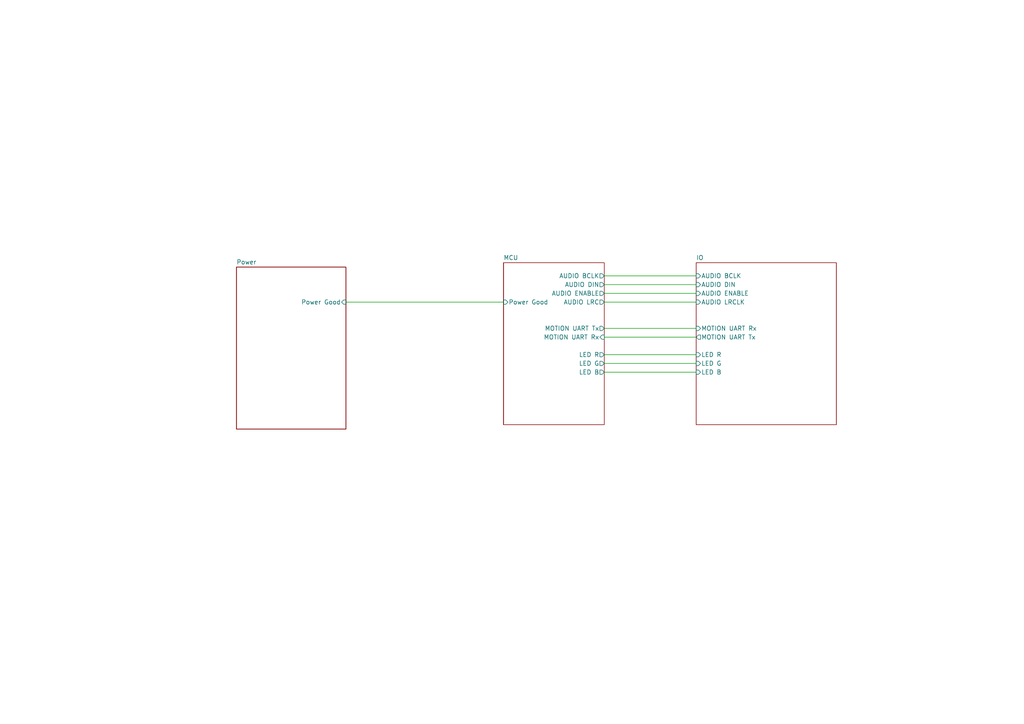
<source format=kicad_sch>
(kicad_sch
	(version 20250114)
	(generator "eeschema")
	(generator_version "9.0")
	(uuid "078613a7-0caa-4129-a2ed-c0aaa2f1804b")
	(paper "A4")
	(lib_symbols)
	(wire
		(pts
			(xy 175.26 82.55) (xy 201.93 82.55)
		)
		(stroke
			(width 0)
			(type default)
		)
		(uuid "10d20e64-bc42-4d10-bddb-47f3ebe61183")
	)
	(wire
		(pts
			(xy 175.26 95.25) (xy 201.93 95.25)
		)
		(stroke
			(width 0)
			(type default)
		)
		(uuid "147b8353-6d31-4c7a-97d9-8d420568546b")
	)
	(wire
		(pts
			(xy 175.26 97.79) (xy 201.93 97.79)
		)
		(stroke
			(width 0)
			(type default)
		)
		(uuid "39ea51d6-23ae-46a7-b808-b5c5aa33d318")
	)
	(wire
		(pts
			(xy 175.26 87.63) (xy 201.93 87.63)
		)
		(stroke
			(width 0)
			(type default)
		)
		(uuid "5cbb2ee7-c325-4383-a18d-a691c4c6ccea")
	)
	(wire
		(pts
			(xy 175.26 105.41) (xy 201.93 105.41)
		)
		(stroke
			(width 0)
			(type default)
		)
		(uuid "8009db20-2d78-4ee2-9508-956018414744")
	)
	(wire
		(pts
			(xy 175.26 85.09) (xy 201.93 85.09)
		)
		(stroke
			(width 0)
			(type default)
		)
		(uuid "851e0f01-3fb3-4fa0-a1c1-2604c234559c")
	)
	(wire
		(pts
			(xy 175.26 102.87) (xy 201.93 102.87)
		)
		(stroke
			(width 0)
			(type default)
		)
		(uuid "b3bb3eb0-4ece-4464-a47f-e4e0c169407a")
	)
	(wire
		(pts
			(xy 175.26 80.01) (xy 201.93 80.01)
		)
		(stroke
			(width 0)
			(type default)
		)
		(uuid "c2182a91-c2c7-41db-b944-9490848a3035")
	)
	(wire
		(pts
			(xy 175.26 107.95) (xy 201.93 107.95)
		)
		(stroke
			(width 0)
			(type default)
		)
		(uuid "eb62cc4e-e36e-4a0c-b45f-da9aaa82ad49")
	)
	(wire
		(pts
			(xy 100.33 87.63) (xy 146.05 87.63)
		)
		(stroke
			(width 0)
			(type default)
		)
		(uuid "fcb61322-0dda-49c6-86b0-ff3d4a19a52f")
	)
	(sheet
		(at 201.93 76.2)
		(size 40.64 46.99)
		(exclude_from_sim no)
		(in_bom yes)
		(on_board yes)
		(dnp no)
		(fields_autoplaced yes)
		(stroke
			(width 0.1524)
			(type solid)
		)
		(fill
			(color 0 0 0 0.0000)
		)
		(uuid "66ca9b50-14bc-417a-9e1a-5c7b188bb642")
		(property "Sheetname" "IO"
			(at 201.93 75.4884 0)
			(effects
				(font
					(size 1.27 1.27)
				)
				(justify left bottom)
			)
		)
		(property "Sheetfile" "io.kicad_sch"
			(at 201.93 123.7746 0)
			(effects
				(font
					(size 1.27 1.27)
				)
				(justify left top)
				(hide yes)
			)
		)
		(pin "AUDIO BCLK" input
			(at 201.93 80.01 180)
			(uuid "e8aac6de-6690-463c-a237-2eb6925c4ef4")
			(effects
				(font
					(size 1.27 1.27)
				)
				(justify left)
			)
		)
		(pin "AUDIO DIN" input
			(at 201.93 82.55 180)
			(uuid "e8554faa-6eeb-4427-bb3a-d25546d55a33")
			(effects
				(font
					(size 1.27 1.27)
				)
				(justify left)
			)
		)
		(pin "AUDIO ENABLE" input
			(at 201.93 85.09 180)
			(uuid "e5213624-bceb-41b3-9532-bdf76eb52413")
			(effects
				(font
					(size 1.27 1.27)
				)
				(justify left)
			)
		)
		(pin "AUDIO LRCLK" input
			(at 201.93 87.63 180)
			(uuid "8dc22cd3-6154-4be4-ac28-9864cc269bcd")
			(effects
				(font
					(size 1.27 1.27)
				)
				(justify left)
			)
		)
		(pin "MOTION UART Rx" input
			(at 201.93 95.25 180)
			(uuid "9870b5c0-bab8-46d9-a8be-6ea55f2f0eeb")
			(effects
				(font
					(size 1.27 1.27)
				)
				(justify left)
			)
		)
		(pin "MOTION UART Tx" output
			(at 201.93 97.79 180)
			(uuid "31f6d858-4323-499a-ba9d-f6d157e8c12b")
			(effects
				(font
					(size 1.27 1.27)
				)
				(justify left)
			)
		)
		(pin "LED B" input
			(at 201.93 107.95 180)
			(uuid "b4ec9514-2e6c-4d44-ac59-b3cf919cdf30")
			(effects
				(font
					(size 1.27 1.27)
				)
				(justify left)
			)
		)
		(pin "LED G" input
			(at 201.93 105.41 180)
			(uuid "f64a4b50-5c83-4bbd-8c66-a7a194f88733")
			(effects
				(font
					(size 1.27 1.27)
				)
				(justify left)
			)
		)
		(pin "LED R" input
			(at 201.93 102.87 180)
			(uuid "d5c54578-ef5b-4d8b-a7e3-9e9d03aae7a5")
			(effects
				(font
					(size 1.27 1.27)
				)
				(justify left)
			)
		)
		(instances
			(project "talky-toaster"
				(path "/078613a7-0caa-4129-a2ed-c0aaa2f1804b"
					(page "4")
				)
			)
		)
	)
	(sheet
		(at 68.58 77.47)
		(size 31.75 46.99)
		(exclude_from_sim no)
		(in_bom yes)
		(on_board yes)
		(dnp no)
		(fields_autoplaced yes)
		(stroke
			(width 0.1524)
			(type solid)
		)
		(fill
			(color 0 0 0 0.0000)
		)
		(uuid "a46f0558-2969-4b98-97b4-ee2dad6679b3")
		(property "Sheetname" "Power"
			(at 68.58 76.7584 0)
			(effects
				(font
					(size 1.27 1.27)
				)
				(justify left bottom)
			)
		)
		(property "Sheetfile" "power.kicad_sch"
			(at 68.58 125.0446 0)
			(effects
				(font
					(size 1.27 1.27)
				)
				(justify left top)
				(hide yes)
			)
		)
		(pin "Power Good" input
			(at 100.33 87.63 0)
			(uuid "903b9bea-7aac-4952-8f44-ed837b9ec8a0")
			(effects
				(font
					(size 1.27 1.27)
				)
				(justify right)
			)
		)
		(instances
			(project "talky-toaster"
				(path "/078613a7-0caa-4129-a2ed-c0aaa2f1804b"
					(page "3")
				)
			)
		)
	)
	(sheet
		(at 146.05 76.2)
		(size 29.21 46.99)
		(exclude_from_sim no)
		(in_bom yes)
		(on_board yes)
		(dnp no)
		(fields_autoplaced yes)
		(stroke
			(width 0.1524)
			(type solid)
		)
		(fill
			(color 0 0 0 0.0000)
		)
		(uuid "e65a7be1-b24e-429d-935d-b9232724f3a6")
		(property "Sheetname" "MCU"
			(at 146.05 75.4884 0)
			(effects
				(font
					(size 1.27 1.27)
				)
				(justify left bottom)
			)
		)
		(property "Sheetfile" "mcu.kicad_sch"
			(at 146.05 123.7746 0)
			(effects
				(font
					(size 1.27 1.27)
				)
				(justify left top)
				(hide yes)
			)
		)
		(pin "Power Good" input
			(at 146.05 87.63 180)
			(uuid "767328ad-1609-46c8-a97f-423c2ae3e7e0")
			(effects
				(font
					(size 1.27 1.27)
				)
				(justify left)
			)
		)
		(pin "AUDIO BCLK" output
			(at 175.26 80.01 0)
			(uuid "22f7f673-ed40-48cb-ac39-8a6627b05957")
			(effects
				(font
					(size 1.27 1.27)
				)
				(justify right)
			)
		)
		(pin "AUDIO DIN" output
			(at 175.26 82.55 0)
			(uuid "de41b28f-4799-4f89-b62f-5320ad71fa67")
			(effects
				(font
					(size 1.27 1.27)
				)
				(justify right)
			)
		)
		(pin "AUDIO ENABLE" output
			(at 175.26 85.09 0)
			(uuid "efdbfec6-274e-4f51-81bf-96bcf19fdfd6")
			(effects
				(font
					(size 1.27 1.27)
				)
				(justify right)
			)
		)
		(pin "AUDIO LRC" output
			(at 175.26 87.63 0)
			(uuid "6aaf1f0c-e476-4509-ba16-17df9e693dff")
			(effects
				(font
					(size 1.27 1.27)
				)
				(justify right)
			)
		)
		(pin "LED B" output
			(at 175.26 107.95 0)
			(uuid "2e018e3e-2469-49aa-a7d0-cff69264139f")
			(effects
				(font
					(size 1.27 1.27)
				)
				(justify right)
			)
		)
		(pin "LED G" output
			(at 175.26 105.41 0)
			(uuid "6f7c53c8-325d-476c-a567-6052ac3ee7ee")
			(effects
				(font
					(size 1.27 1.27)
				)
				(justify right)
			)
		)
		(pin "LED R" output
			(at 175.26 102.87 0)
			(uuid "1c88ec9c-7e2e-443c-aeb9-32550429b752")
			(effects
				(font
					(size 1.27 1.27)
				)
				(justify right)
			)
		)
		(pin "MOTION UART Rx" input
			(at 175.26 97.79 0)
			(uuid "ecefce01-2307-41bd-874a-c071eb96ee06")
			(effects
				(font
					(size 1.27 1.27)
				)
				(justify right)
			)
		)
		(pin "MOTION UART Tx" output
			(at 175.26 95.25 0)
			(uuid "1f7f9d65-3472-4f8b-a14b-b9f36af7981f")
			(effects
				(font
					(size 1.27 1.27)
				)
				(justify right)
			)
		)
		(instances
			(project "talky-toaster"
				(path "/078613a7-0caa-4129-a2ed-c0aaa2f1804b"
					(page "2")
				)
			)
		)
	)
	(sheet_instances
		(path "/"
			(page "1")
		)
	)
	(embedded_fonts no)
)

</source>
